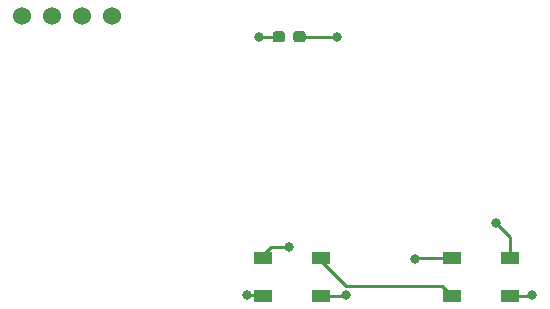
<source format=gbr>
%TF.GenerationSoftware,KiCad,Pcbnew,(5.1.6)-1*%
%TF.CreationDate,2020-11-07T21:03:06+00:00*%
%TF.ProjectId,ninja_iron,6e696e6a-615f-4697-926f-6e2e6b696361,rev?*%
%TF.SameCoordinates,Original*%
%TF.FileFunction,Copper,L1,Top*%
%TF.FilePolarity,Positive*%
%FSLAX46Y46*%
G04 Gerber Fmt 4.6, Leading zero omitted, Abs format (unit mm)*
G04 Created by KiCad (PCBNEW (5.1.6)-1) date 2020-11-07 21:03:06*
%MOMM*%
%LPD*%
G01*
G04 APERTURE LIST*
%TA.AperFunction,ComponentPad*%
%ADD10C,1.524000*%
%TD*%
%TA.AperFunction,SMDPad,CuDef*%
%ADD11R,1.500000X1.000000*%
%TD*%
%TA.AperFunction,ViaPad*%
%ADD12C,0.800000*%
%TD*%
%TA.AperFunction,Conductor*%
%ADD13C,0.250000*%
%TD*%
G04 APERTURE END LIST*
D10*
%TO.P,OLED,4*%
%TO.N,Net-(U1-Pad4)*%
X78232000Y-45466000D03*
%TO.P,OLED,3*%
%TO.N,Net-(U1-Pad3)*%
X75692000Y-45466000D03*
%TO.P,OLED,2*%
%TO.N,GND*%
X73152000Y-45466000D03*
%TO.P,OLED,1*%
%TO.N,+5VD*%
X70612000Y-45466000D03*
%TD*%
D11*
%TO.P,iron 1,3*%
%TO.N,GND*%
X95922000Y-69164000D03*
%TO.P,iron 1,4*%
%TO.N,Net-(D3-Pad2)*%
X95922000Y-65964000D03*
%TO.P,iron 1,2*%
%TO.N,Net-(D4-Pad2)*%
X91022000Y-69164000D03*
%TO.P,iron 1,1*%
%TO.N,+5VD*%
X91022000Y-65964000D03*
%TD*%
%TO.P,power,1*%
%TO.N,GND*%
%TA.AperFunction,SMDPad,CuDef*%
G36*
G01*
X91818000Y-47481500D02*
X91818000Y-47006500D01*
G75*
G02*
X92055500Y-46769000I237500J0D01*
G01*
X92630500Y-46769000D01*
G75*
G02*
X92868000Y-47006500I0J-237500D01*
G01*
X92868000Y-47481500D01*
G75*
G02*
X92630500Y-47719000I-237500J0D01*
G01*
X92055500Y-47719000D01*
G75*
G02*
X91818000Y-47481500I0J237500D01*
G01*
G37*
%TD.AperFunction*%
%TO.P,power,2*%
%TO.N,Net-(D5-Pad2)*%
%TA.AperFunction,SMDPad,CuDef*%
G36*
G01*
X93568000Y-47481500D02*
X93568000Y-47006500D01*
G75*
G02*
X93805500Y-46769000I237500J0D01*
G01*
X94380500Y-46769000D01*
G75*
G02*
X94618000Y-47006500I0J-237500D01*
G01*
X94618000Y-47481500D01*
G75*
G02*
X94380500Y-47719000I-237500J0D01*
G01*
X93805500Y-47719000D01*
G75*
G02*
X93568000Y-47481500I0J237500D01*
G01*
G37*
%TD.AperFunction*%
%TD*%
%TO.P,iron 2,1*%
%TO.N,+5VD*%
X107024000Y-65964000D03*
%TO.P,iron 2,2*%
%TO.N,Net-(D3-Pad2)*%
X107024000Y-69164000D03*
%TO.P,iron 2,4*%
%TO.N,/led_data*%
X111924000Y-65964000D03*
%TO.P,iron 2,3*%
%TO.N,GND*%
X111924000Y-69164000D03*
%TD*%
D12*
%TO.N,GND*%
X90678000Y-47244000D03*
X98044000Y-69088000D03*
X113792000Y-69088000D03*
%TO.N,+5VD*%
X93218000Y-65024000D03*
X103886000Y-66040000D03*
%TO.N,/led_data*%
X110744000Y-62992000D03*
%TO.N,Net-(D4-Pad2)*%
X89662000Y-69088000D03*
%TO.N,Net-(D5-Pad2)*%
X97282000Y-47244000D03*
%TD*%
D13*
%TO.N,GND*%
X111924000Y-69164000D02*
X113716000Y-69164000D01*
X95922000Y-69164000D02*
X97968000Y-69164000D01*
X113716000Y-69164000D02*
X113792000Y-69088000D01*
X92343000Y-47244000D02*
X90678000Y-47244000D01*
X97968000Y-69164000D02*
X98044000Y-69088000D01*
%TO.N,+5VD*%
X91022000Y-65696000D02*
X91694000Y-65024000D01*
X107024000Y-65964000D02*
X103962000Y-65964000D01*
X91694000Y-65024000D02*
X93218000Y-65024000D01*
X91022000Y-65964000D02*
X91022000Y-65696000D01*
X103962000Y-65964000D02*
X103886000Y-66040000D01*
%TO.N,Net-(D3-Pad2)*%
X98044000Y-68326000D02*
X106186000Y-68326000D01*
X106186000Y-68326000D02*
X107024000Y-69164000D01*
X95922000Y-66204000D02*
X98044000Y-68326000D01*
X95922000Y-65964000D02*
X95922000Y-66204000D01*
%TO.N,/led_data*%
X111924000Y-65964000D02*
X111924000Y-64172000D01*
X112014000Y-65874000D02*
X111924000Y-65964000D01*
X111924000Y-64172000D02*
X110744000Y-62992000D01*
%TO.N,Net-(D4-Pad2)*%
X89662000Y-69088000D02*
X90946000Y-69088000D01*
X90946000Y-69088000D02*
X91022000Y-69164000D01*
%TO.N,Net-(D5-Pad2)*%
X94093000Y-47244000D02*
X97282000Y-47244000D01*
%TD*%
M02*

</source>
